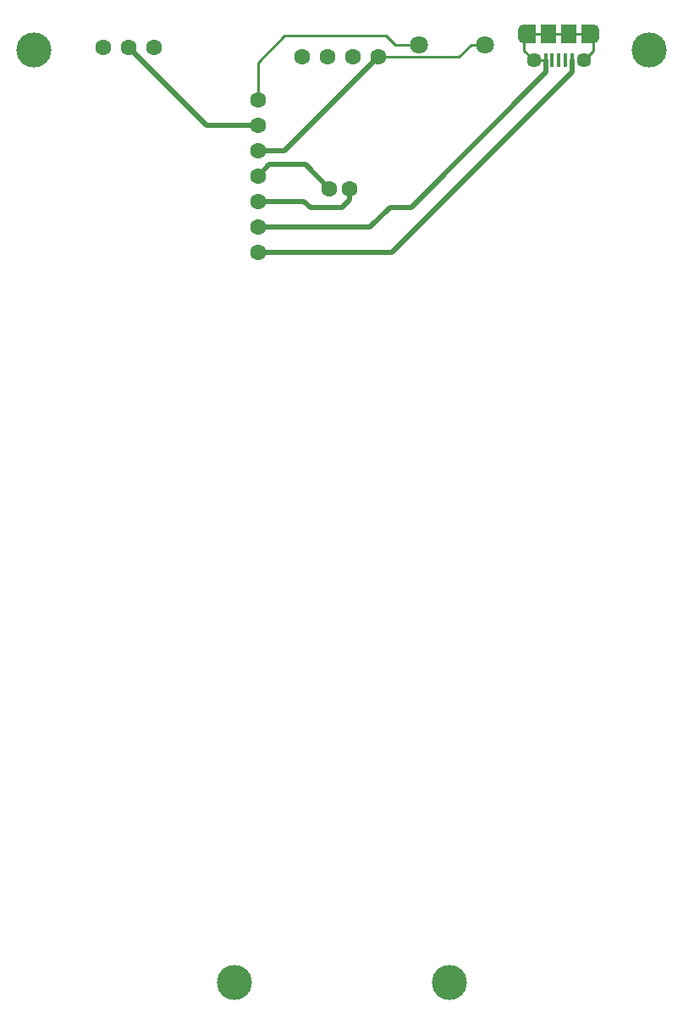
<source format=gbr>
G04 #@! TF.GenerationSoftware,KiCad,Pcbnew,5.0.2+dfsg1-1~bpo9+1*
G04 #@! TF.CreationDate,2019-01-08T10:19:29+00:00*
G04 #@! TF.ProjectId,zeroboy_new_back,7a65726f-626f-4795-9f6e-65775f626163,rev?*
G04 #@! TF.SameCoordinates,Original*
G04 #@! TF.FileFunction,Copper,L1,Top*
G04 #@! TF.FilePolarity,Positive*
%FSLAX46Y46*%
G04 Gerber Fmt 4.6, Leading zero omitted, Abs format (unit mm)*
G04 Created by KiCad (PCBNEW 5.0.2+dfsg1-1~bpo9+1) date Tue 08 Jan 2019 10:19:29 GMT*
%MOMM*%
%LPD*%
G01*
G04 APERTURE LIST*
G04 #@! TA.AperFunction,ComponentPad*
%ADD10C,3.500000*%
G04 #@! TD*
G04 #@! TA.AperFunction,ComponentPad*
%ADD11C,1.600000*%
G04 #@! TD*
G04 #@! TA.AperFunction,ComponentPad*
%ADD12C,1.800000*%
G04 #@! TD*
G04 #@! TA.AperFunction,SMDPad,CuDef*
%ADD13R,1.500000X1.900000*%
G04 #@! TD*
G04 #@! TA.AperFunction,ComponentPad*
%ADD14C,1.450000*%
G04 #@! TD*
G04 #@! TA.AperFunction,SMDPad,CuDef*
%ADD15R,0.400000X1.350000*%
G04 #@! TD*
G04 #@! TA.AperFunction,ComponentPad*
%ADD16O,1.200000X1.900000*%
G04 #@! TD*
G04 #@! TA.AperFunction,SMDPad,CuDef*
%ADD17R,1.200000X1.900000*%
G04 #@! TD*
G04 #@! TA.AperFunction,Conductor*
%ADD18C,0.500000*%
G04 #@! TD*
G04 #@! TA.AperFunction,Conductor*
%ADD19C,0.250000*%
G04 #@! TD*
G04 APERTURE END LIST*
D10*
G04 #@! TO.P,U6,1*
G04 #@! TO.N,Net-(U6-Pad1)*
X157632400Y-139623800D03*
G04 #@! TD*
D11*
G04 #@! TO.P,U2,1*
G04 #@! TO.N,Net-(SW4-Pad1)*
X142900400Y-47142400D03*
G04 #@! TO.P,U2,2*
G04 #@! TO.N,Net-(SW3-Pad1)*
X145440400Y-47142400D03*
G04 #@! TO.P,U2,3*
G04 #@! TO.N,Net-(SW1-Pad1)*
X147980400Y-47142400D03*
G04 #@! TO.P,U2,4*
G04 #@! TO.N,Net-(SW2-Pad2)*
X150520400Y-47142400D03*
G04 #@! TD*
D10*
G04 #@! TO.P,U3,1*
G04 #@! TO.N,Net-(U3-Pad1)*
X177673000Y-46418500D03*
G04 #@! TD*
G04 #@! TO.P,U5,1*
G04 #@! TO.N,Net-(U5-Pad1)*
X116078000Y-46418500D03*
G04 #@! TD*
G04 #@! TO.P,U4,1*
G04 #@! TO.N,Net-(U4-Pad1)*
X136144000Y-139623800D03*
G04 #@! TD*
D11*
G04 #@! TO.P,SW1,1*
G04 #@! TO.N,Net-(SW1-Pad1)*
X128079500Y-46164500D03*
G04 #@! TO.P,SW1,2*
G04 #@! TO.N,Net-(SW1-Pad2)*
X125539500Y-46164500D03*
G04 #@! TO.P,SW1,3*
G04 #@! TO.N,Net-(SW1-Pad3)*
X122999500Y-46164500D03*
G04 #@! TD*
D12*
G04 #@! TO.P,SW2,1*
G04 #@! TO.N,Net-(SW2-Pad1)*
X154622500Y-45910500D03*
G04 #@! TO.P,SW2,2*
G04 #@! TO.N,Net-(SW2-Pad2)*
X161226500Y-45910500D03*
G04 #@! TD*
D11*
G04 #@! TO.P,U1,1*
G04 #@! TO.N,Net-(U1-Pad1)*
X145669000Y-60325000D03*
G04 #@! TO.P,U1,2*
G04 #@! TO.N,Net-(U1-Pad2)*
X147701000Y-60325000D03*
G04 #@! TD*
G04 #@! TO.P,U7,1*
G04 #@! TO.N,Net-(J1-Pad1)*
X138493500Y-66675000D03*
G04 #@! TO.P,U7,2*
G04 #@! TO.N,Net-(J1-Pad5)*
X138493500Y-64135000D03*
G04 #@! TO.P,U7,3*
G04 #@! TO.N,Net-(U1-Pad2)*
X138493500Y-61595000D03*
G04 #@! TO.P,U7,4*
G04 #@! TO.N,Net-(U1-Pad1)*
X138493500Y-59055000D03*
G04 #@! TO.P,U7,5*
G04 #@! TO.N,Net-(SW2-Pad2)*
X138493500Y-56515000D03*
G04 #@! TO.P,U7,6*
G04 #@! TO.N,Net-(SW1-Pad2)*
X138493500Y-53975000D03*
G04 #@! TO.P,U7,7*
G04 #@! TO.N,Net-(SW2-Pad1)*
X138493500Y-51435000D03*
G04 #@! TD*
D13*
G04 #@! TO.P,J1,6*
G04 #@! TO.N,Net-(J1-Pad5)*
X167592500Y-44800000D03*
D14*
X171092500Y-47500000D03*
D15*
G04 #@! TO.P,J1,2*
G04 #@! TO.N,Net-(J1-Pad2)*
X169242500Y-47500000D03*
G04 #@! TO.P,J1,1*
G04 #@! TO.N,Net-(J1-Pad1)*
X169892500Y-47500000D03*
G04 #@! TO.P,J1,5*
G04 #@! TO.N,Net-(J1-Pad5)*
X167292500Y-47500000D03*
G04 #@! TO.P,J1,4*
G04 #@! TO.N,Net-(J1-Pad4)*
X167942500Y-47500000D03*
G04 #@! TO.P,J1,3*
G04 #@! TO.N,Net-(J1-Pad3)*
X168592500Y-47500000D03*
D14*
G04 #@! TO.P,J1,6*
G04 #@! TO.N,Net-(J1-Pad5)*
X166092500Y-47500000D03*
D13*
X169592500Y-44800000D03*
D16*
X172092500Y-44800000D03*
X165092500Y-44800000D03*
D17*
X165692500Y-44800000D03*
X171492500Y-44800000D03*
G04 #@! TD*
D18*
G04 #@! TO.N,Net-(J1-Pad1)*
X139624870Y-66675000D02*
X138493500Y-66675000D01*
X151892500Y-66675000D02*
X139624870Y-66675000D01*
X169892500Y-48675000D02*
X151892500Y-66675000D01*
X169892500Y-47500000D02*
X169892500Y-48675000D01*
D19*
G04 #@! TO.N,Net-(J1-Pad5)*
X167592500Y-44800000D02*
X165092500Y-44800000D01*
X171492500Y-44800000D02*
X167592500Y-44800000D01*
X165092500Y-46500000D02*
X165092500Y-44800000D01*
X166092500Y-47500000D02*
X165092500Y-46500000D01*
X172092500Y-46500000D02*
X172092500Y-44800000D01*
X171092500Y-47500000D02*
X172092500Y-46500000D01*
X171492500Y-44800000D02*
X172092500Y-44800000D01*
X166092500Y-47500000D02*
X167292500Y-47500000D01*
D18*
X149733000Y-64135000D02*
X138493500Y-64135000D01*
X167292500Y-47500000D02*
X167292500Y-48675000D01*
X167292500Y-48675000D02*
X153811120Y-62156380D01*
X153811120Y-62156380D02*
X151711620Y-62156380D01*
X151711620Y-62156380D02*
X149733000Y-64135000D01*
G04 #@! TO.N,Net-(SW1-Pad2)*
X133350000Y-53975000D02*
X138493500Y-53975000D01*
X125539500Y-46164500D02*
X133350000Y-53975000D01*
D19*
G04 #@! TO.N,Net-(SW2-Pad1)*
X138493500Y-51435000D02*
X138493500Y-47688500D01*
X138493500Y-47688500D02*
X141160500Y-45021500D01*
X141160500Y-45021500D02*
X151320500Y-45021500D01*
X152209500Y-45910500D02*
X154622500Y-45910500D01*
X151320500Y-45021500D02*
X152209500Y-45910500D01*
D18*
G04 #@! TO.N,Net-(SW2-Pad2)*
X141147800Y-56515000D02*
X138493500Y-56515000D01*
X150520400Y-47142400D02*
X141147800Y-56515000D01*
D19*
X161226500Y-45910500D02*
X159829500Y-45910500D01*
X158597600Y-47142400D02*
X150520400Y-47142400D01*
X159829500Y-45910500D02*
X158597600Y-47142400D01*
D18*
G04 #@! TO.N,Net-(U1-Pad2)*
X147701000Y-61456370D02*
X146927370Y-62230000D01*
X147701000Y-60325000D02*
X147701000Y-61456370D01*
X146927370Y-62230000D02*
X143764000Y-62230000D01*
X143129000Y-61595000D02*
X138493500Y-61595000D01*
X143764000Y-62230000D02*
X143129000Y-61595000D01*
G04 #@! TO.N,Net-(U1-Pad1)*
X145669000Y-60325000D02*
X143256000Y-57912000D01*
X139636500Y-57912000D02*
X138493500Y-59055000D01*
X143256000Y-57912000D02*
X139636500Y-57912000D01*
G04 #@! TD*
M02*

</source>
